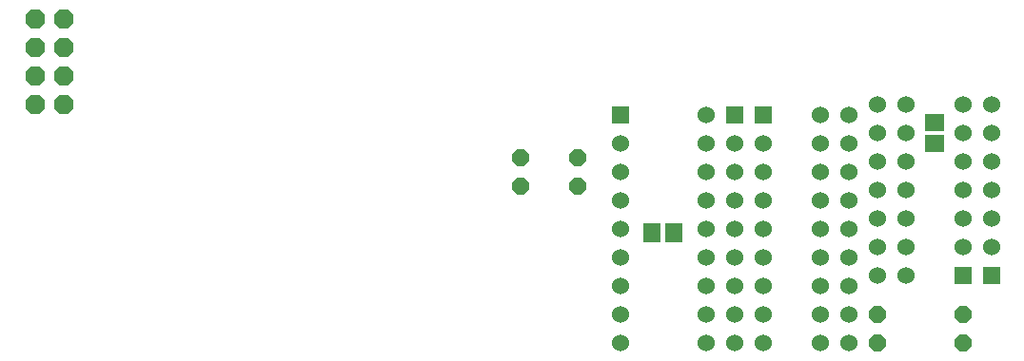
<source format=gbs>
G75*
G70*
%OFA0B0*%
%FSLAX24Y24*%
%IPPOS*%
%LPD*%
%AMOC8*
5,1,8,0,0,1.08239X$1,22.5*
%
%ADD10R,0.0600X0.0600*%
%ADD11C,0.0600*%
%ADD12OC8,0.0600*%
%ADD13R,0.0592X0.0671*%
%ADD14R,0.0671X0.0592*%
%ADD15OC8,0.0680*%
D10*
X021600Y009100D03*
X025600Y009100D03*
X026600Y009100D03*
X033600Y003475D03*
X034600Y003475D03*
D11*
X034600Y004475D03*
X033600Y004475D03*
X031600Y004475D03*
X030600Y004475D03*
X029600Y004100D03*
X028600Y004100D03*
X026600Y004100D03*
X025600Y004100D03*
X024600Y004100D03*
X024600Y005100D03*
X025600Y005100D03*
X026600Y005100D03*
X028600Y005100D03*
X029600Y005100D03*
X030600Y005475D03*
X031600Y005475D03*
X033600Y005475D03*
X034600Y005475D03*
X034600Y006475D03*
X033600Y006475D03*
X031600Y006475D03*
X030600Y006475D03*
X029600Y006100D03*
X028600Y006100D03*
X026600Y006100D03*
X025600Y006100D03*
X024600Y006100D03*
X024600Y007100D03*
X025600Y007100D03*
X026600Y007100D03*
X028600Y007100D03*
X029600Y007100D03*
X030600Y007475D03*
X031600Y007475D03*
X033600Y007475D03*
X034600Y007475D03*
X034600Y008475D03*
X033600Y008475D03*
X031600Y008475D03*
X030600Y008475D03*
X029600Y008100D03*
X028600Y008100D03*
X026600Y008100D03*
X025600Y008100D03*
X024600Y008100D03*
X024600Y009100D03*
X021600Y008100D03*
X021600Y007100D03*
X021600Y006100D03*
X021600Y005100D03*
X021600Y004100D03*
X021600Y003100D03*
X021600Y002100D03*
X021600Y001100D03*
X024600Y001100D03*
X025600Y001100D03*
X026600Y001100D03*
X028600Y001100D03*
X029600Y001100D03*
X029600Y002100D03*
X028600Y002100D03*
X026600Y002100D03*
X025600Y002100D03*
X024600Y002100D03*
X024600Y003100D03*
X025600Y003100D03*
X026600Y003100D03*
X028600Y003100D03*
X029600Y003100D03*
X030600Y003475D03*
X031600Y003475D03*
X029600Y009100D03*
X028600Y009100D03*
X030600Y009475D03*
X031600Y009475D03*
X033600Y009475D03*
X034600Y009475D03*
D12*
X018100Y006600D03*
X020100Y006600D03*
X020100Y007600D03*
X018100Y007600D03*
X030600Y002100D03*
X030600Y001100D03*
X033600Y001100D03*
X033600Y002100D03*
D13*
X023474Y004975D03*
X022726Y004975D03*
D14*
X032600Y008101D03*
X032600Y008849D03*
D15*
X002100Y009475D03*
X001100Y009475D03*
X001100Y010475D03*
X002100Y010475D03*
X002100Y011475D03*
X001100Y011475D03*
X001100Y012475D03*
X002100Y012475D03*
M02*

</source>
